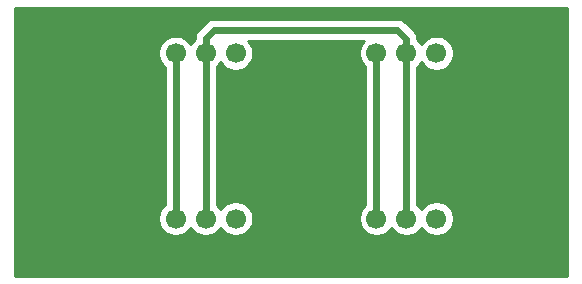
<source format=gbl>
G04 #@! TF.GenerationSoftware,KiCad,Pcbnew,(5.1.12)-1*
G04 #@! TF.CreationDate,2022-09-24T14:43:29-05:00*
G04 #@! TF.ProjectId,Power_Board_001,506f7765-725f-4426-9f61-72645f303031,rev?*
G04 #@! TF.SameCoordinates,Original*
G04 #@! TF.FileFunction,Copper,L2,Bot*
G04 #@! TF.FilePolarity,Positive*
%FSLAX46Y46*%
G04 Gerber Fmt 4.6, Leading zero omitted, Abs format (unit mm)*
G04 Created by KiCad (PCBNEW (5.1.12)-1) date 2022-09-24 14:43:29*
%MOMM*%
%LPD*%
G01*
G04 APERTURE LIST*
G04 #@! TA.AperFunction,ComponentPad*
%ADD10C,1.700000*%
G04 #@! TD*
G04 #@! TA.AperFunction,ComponentPad*
%ADD11C,3.800000*%
G04 #@! TD*
G04 #@! TA.AperFunction,ComponentPad*
%ADD12C,5.600000*%
G04 #@! TD*
G04 #@! TA.AperFunction,ViaPad*
%ADD13C,0.800000*%
G04 #@! TD*
G04 #@! TA.AperFunction,Conductor*
%ADD14C,0.600000*%
G04 #@! TD*
G04 #@! TA.AperFunction,Conductor*
%ADD15C,0.254000*%
G04 #@! TD*
G04 #@! TA.AperFunction,Conductor*
%ADD16C,0.100000*%
G04 #@! TD*
G04 APERTURE END LIST*
D10*
X152810000Y-88000000D03*
X150270000Y-88000000D03*
X145190000Y-88000000D03*
X147730000Y-88000000D03*
X152810000Y-74000000D03*
X150270000Y-74000000D03*
X145190000Y-74000000D03*
X147730000Y-74000000D03*
X135810000Y-88000000D03*
X133270000Y-88000000D03*
X128190000Y-88000000D03*
X130730000Y-88000000D03*
X135810000Y-74000000D03*
X133270000Y-74000000D03*
X128190000Y-74000000D03*
X130730000Y-74000000D03*
D11*
X127000000Y-81500000D03*
X154000000Y-81500000D03*
D12*
X120500000Y-88000000D03*
X120500000Y-75000000D03*
X160500000Y-88000000D03*
X160500000Y-75000000D03*
D13*
X128500000Y-84500000D03*
X128500000Y-78500000D03*
X146000000Y-80000000D03*
X146000000Y-83000000D03*
D14*
X150270000Y-88000000D02*
X150270000Y-74000000D01*
X133270000Y-88000000D02*
X133270000Y-74000000D01*
X150270000Y-72770000D02*
X150270000Y-74000000D01*
X149500000Y-72000000D02*
X150270000Y-72770000D01*
X134000000Y-72000000D02*
X149500000Y-72000000D01*
X133270000Y-72730000D02*
X134000000Y-72000000D01*
X133270000Y-74000000D02*
X133270000Y-72730000D01*
X147730000Y-88000000D02*
X147730000Y-74000000D01*
X130730000Y-88000000D02*
X130730000Y-74000000D01*
D15*
X163840000Y-92840000D02*
X117160000Y-92840000D01*
X117160000Y-73853740D01*
X129245000Y-73853740D01*
X129245000Y-74146260D01*
X129302068Y-74433158D01*
X129414010Y-74703411D01*
X129576525Y-74946632D01*
X129783368Y-75153475D01*
X129795001Y-75161248D01*
X129795000Y-86838753D01*
X129783368Y-86846525D01*
X129576525Y-87053368D01*
X129414010Y-87296589D01*
X129302068Y-87566842D01*
X129245000Y-87853740D01*
X129245000Y-88146260D01*
X129302068Y-88433158D01*
X129414010Y-88703411D01*
X129576525Y-88946632D01*
X129783368Y-89153475D01*
X130026589Y-89315990D01*
X130296842Y-89427932D01*
X130583740Y-89485000D01*
X130876260Y-89485000D01*
X131163158Y-89427932D01*
X131433411Y-89315990D01*
X131676632Y-89153475D01*
X131883475Y-88946632D01*
X132000000Y-88772240D01*
X132116525Y-88946632D01*
X132323368Y-89153475D01*
X132566589Y-89315990D01*
X132836842Y-89427932D01*
X133123740Y-89485000D01*
X133416260Y-89485000D01*
X133703158Y-89427932D01*
X133973411Y-89315990D01*
X134216632Y-89153475D01*
X134423475Y-88946632D01*
X134540000Y-88772240D01*
X134656525Y-88946632D01*
X134863368Y-89153475D01*
X135106589Y-89315990D01*
X135376842Y-89427932D01*
X135663740Y-89485000D01*
X135956260Y-89485000D01*
X136243158Y-89427932D01*
X136513411Y-89315990D01*
X136756632Y-89153475D01*
X136963475Y-88946632D01*
X137125990Y-88703411D01*
X137237932Y-88433158D01*
X137295000Y-88146260D01*
X137295000Y-87853740D01*
X137237932Y-87566842D01*
X137125990Y-87296589D01*
X136963475Y-87053368D01*
X136756632Y-86846525D01*
X136513411Y-86684010D01*
X136243158Y-86572068D01*
X135956260Y-86515000D01*
X135663740Y-86515000D01*
X135376842Y-86572068D01*
X135106589Y-86684010D01*
X134863368Y-86846525D01*
X134656525Y-87053368D01*
X134540000Y-87227760D01*
X134423475Y-87053368D01*
X134216632Y-86846525D01*
X134205000Y-86838753D01*
X134205000Y-75161247D01*
X134216632Y-75153475D01*
X134423475Y-74946632D01*
X134540000Y-74772240D01*
X134656525Y-74946632D01*
X134863368Y-75153475D01*
X135106589Y-75315990D01*
X135376842Y-75427932D01*
X135663740Y-75485000D01*
X135956260Y-75485000D01*
X136243158Y-75427932D01*
X136513411Y-75315990D01*
X136756632Y-75153475D01*
X136963475Y-74946632D01*
X137125990Y-74703411D01*
X137237932Y-74433158D01*
X137295000Y-74146260D01*
X137295000Y-73853740D01*
X137237932Y-73566842D01*
X137125990Y-73296589D01*
X136963475Y-73053368D01*
X136845107Y-72935000D01*
X146694893Y-72935000D01*
X146576525Y-73053368D01*
X146414010Y-73296589D01*
X146302068Y-73566842D01*
X146245000Y-73853740D01*
X146245000Y-74146260D01*
X146302068Y-74433158D01*
X146414010Y-74703411D01*
X146576525Y-74946632D01*
X146783368Y-75153475D01*
X146795001Y-75161248D01*
X146795000Y-86838753D01*
X146783368Y-86846525D01*
X146576525Y-87053368D01*
X146414010Y-87296589D01*
X146302068Y-87566842D01*
X146245000Y-87853740D01*
X146245000Y-88146260D01*
X146302068Y-88433158D01*
X146414010Y-88703411D01*
X146576525Y-88946632D01*
X146783368Y-89153475D01*
X147026589Y-89315990D01*
X147296842Y-89427932D01*
X147583740Y-89485000D01*
X147876260Y-89485000D01*
X148163158Y-89427932D01*
X148433411Y-89315990D01*
X148676632Y-89153475D01*
X148883475Y-88946632D01*
X149000000Y-88772240D01*
X149116525Y-88946632D01*
X149323368Y-89153475D01*
X149566589Y-89315990D01*
X149836842Y-89427932D01*
X150123740Y-89485000D01*
X150416260Y-89485000D01*
X150703158Y-89427932D01*
X150973411Y-89315990D01*
X151216632Y-89153475D01*
X151423475Y-88946632D01*
X151540000Y-88772240D01*
X151656525Y-88946632D01*
X151863368Y-89153475D01*
X152106589Y-89315990D01*
X152376842Y-89427932D01*
X152663740Y-89485000D01*
X152956260Y-89485000D01*
X153243158Y-89427932D01*
X153513411Y-89315990D01*
X153756632Y-89153475D01*
X153963475Y-88946632D01*
X154125990Y-88703411D01*
X154237932Y-88433158D01*
X154295000Y-88146260D01*
X154295000Y-87853740D01*
X154237932Y-87566842D01*
X154125990Y-87296589D01*
X153963475Y-87053368D01*
X153756632Y-86846525D01*
X153513411Y-86684010D01*
X153243158Y-86572068D01*
X152956260Y-86515000D01*
X152663740Y-86515000D01*
X152376842Y-86572068D01*
X152106589Y-86684010D01*
X151863368Y-86846525D01*
X151656525Y-87053368D01*
X151540000Y-87227760D01*
X151423475Y-87053368D01*
X151216632Y-86846525D01*
X151205000Y-86838753D01*
X151205000Y-75161247D01*
X151216632Y-75153475D01*
X151423475Y-74946632D01*
X151540000Y-74772240D01*
X151656525Y-74946632D01*
X151863368Y-75153475D01*
X152106589Y-75315990D01*
X152376842Y-75427932D01*
X152663740Y-75485000D01*
X152956260Y-75485000D01*
X153243158Y-75427932D01*
X153513411Y-75315990D01*
X153756632Y-75153475D01*
X153963475Y-74946632D01*
X154125990Y-74703411D01*
X154237932Y-74433158D01*
X154295000Y-74146260D01*
X154295000Y-73853740D01*
X154237932Y-73566842D01*
X154125990Y-73296589D01*
X153963475Y-73053368D01*
X153756632Y-72846525D01*
X153513411Y-72684010D01*
X153243158Y-72572068D01*
X152956260Y-72515000D01*
X152663740Y-72515000D01*
X152376842Y-72572068D01*
X152106589Y-72684010D01*
X151863368Y-72846525D01*
X151656525Y-73053368D01*
X151540000Y-73227760D01*
X151423475Y-73053368D01*
X151216632Y-72846525D01*
X151205000Y-72838753D01*
X151205000Y-72815924D01*
X151209523Y-72769999D01*
X151205000Y-72724074D01*
X151205000Y-72724068D01*
X151191471Y-72586708D01*
X151179338Y-72546709D01*
X151138007Y-72410461D01*
X151138007Y-72410460D01*
X151051186Y-72248028D01*
X150934344Y-72105656D01*
X150898665Y-72076375D01*
X150193630Y-71371341D01*
X150164344Y-71335656D01*
X150021972Y-71218814D01*
X149859540Y-71131993D01*
X149683292Y-71078529D01*
X149545932Y-71065000D01*
X149500000Y-71060476D01*
X149454068Y-71065000D01*
X134045932Y-71065000D01*
X134000000Y-71060476D01*
X133954068Y-71065000D01*
X133816708Y-71078529D01*
X133640460Y-71131993D01*
X133478028Y-71218814D01*
X133335656Y-71335656D01*
X133306370Y-71371341D01*
X132641336Y-72036375D01*
X132605657Y-72065656D01*
X132488815Y-72208028D01*
X132407831Y-72359540D01*
X132401994Y-72370460D01*
X132348529Y-72546709D01*
X132330476Y-72730000D01*
X132335001Y-72775941D01*
X132335001Y-72838752D01*
X132323368Y-72846525D01*
X132116525Y-73053368D01*
X132000000Y-73227760D01*
X131883475Y-73053368D01*
X131676632Y-72846525D01*
X131433411Y-72684010D01*
X131163158Y-72572068D01*
X130876260Y-72515000D01*
X130583740Y-72515000D01*
X130296842Y-72572068D01*
X130026589Y-72684010D01*
X129783368Y-72846525D01*
X129576525Y-73053368D01*
X129414010Y-73296589D01*
X129302068Y-73566842D01*
X129245000Y-73853740D01*
X117160000Y-73853740D01*
X117160000Y-70160000D01*
X163840001Y-70160000D01*
X163840000Y-92840000D01*
G04 #@! TA.AperFunction,Conductor*
D16*
G36*
X163840000Y-92840000D02*
G01*
X117160000Y-92840000D01*
X117160000Y-73853740D01*
X129245000Y-73853740D01*
X129245000Y-74146260D01*
X129302068Y-74433158D01*
X129414010Y-74703411D01*
X129576525Y-74946632D01*
X129783368Y-75153475D01*
X129795001Y-75161248D01*
X129795000Y-86838753D01*
X129783368Y-86846525D01*
X129576525Y-87053368D01*
X129414010Y-87296589D01*
X129302068Y-87566842D01*
X129245000Y-87853740D01*
X129245000Y-88146260D01*
X129302068Y-88433158D01*
X129414010Y-88703411D01*
X129576525Y-88946632D01*
X129783368Y-89153475D01*
X130026589Y-89315990D01*
X130296842Y-89427932D01*
X130583740Y-89485000D01*
X130876260Y-89485000D01*
X131163158Y-89427932D01*
X131433411Y-89315990D01*
X131676632Y-89153475D01*
X131883475Y-88946632D01*
X132000000Y-88772240D01*
X132116525Y-88946632D01*
X132323368Y-89153475D01*
X132566589Y-89315990D01*
X132836842Y-89427932D01*
X133123740Y-89485000D01*
X133416260Y-89485000D01*
X133703158Y-89427932D01*
X133973411Y-89315990D01*
X134216632Y-89153475D01*
X134423475Y-88946632D01*
X134540000Y-88772240D01*
X134656525Y-88946632D01*
X134863368Y-89153475D01*
X135106589Y-89315990D01*
X135376842Y-89427932D01*
X135663740Y-89485000D01*
X135956260Y-89485000D01*
X136243158Y-89427932D01*
X136513411Y-89315990D01*
X136756632Y-89153475D01*
X136963475Y-88946632D01*
X137125990Y-88703411D01*
X137237932Y-88433158D01*
X137295000Y-88146260D01*
X137295000Y-87853740D01*
X137237932Y-87566842D01*
X137125990Y-87296589D01*
X136963475Y-87053368D01*
X136756632Y-86846525D01*
X136513411Y-86684010D01*
X136243158Y-86572068D01*
X135956260Y-86515000D01*
X135663740Y-86515000D01*
X135376842Y-86572068D01*
X135106589Y-86684010D01*
X134863368Y-86846525D01*
X134656525Y-87053368D01*
X134540000Y-87227760D01*
X134423475Y-87053368D01*
X134216632Y-86846525D01*
X134205000Y-86838753D01*
X134205000Y-75161247D01*
X134216632Y-75153475D01*
X134423475Y-74946632D01*
X134540000Y-74772240D01*
X134656525Y-74946632D01*
X134863368Y-75153475D01*
X135106589Y-75315990D01*
X135376842Y-75427932D01*
X135663740Y-75485000D01*
X135956260Y-75485000D01*
X136243158Y-75427932D01*
X136513411Y-75315990D01*
X136756632Y-75153475D01*
X136963475Y-74946632D01*
X137125990Y-74703411D01*
X137237932Y-74433158D01*
X137295000Y-74146260D01*
X137295000Y-73853740D01*
X137237932Y-73566842D01*
X137125990Y-73296589D01*
X136963475Y-73053368D01*
X136845107Y-72935000D01*
X146694893Y-72935000D01*
X146576525Y-73053368D01*
X146414010Y-73296589D01*
X146302068Y-73566842D01*
X146245000Y-73853740D01*
X146245000Y-74146260D01*
X146302068Y-74433158D01*
X146414010Y-74703411D01*
X146576525Y-74946632D01*
X146783368Y-75153475D01*
X146795001Y-75161248D01*
X146795000Y-86838753D01*
X146783368Y-86846525D01*
X146576525Y-87053368D01*
X146414010Y-87296589D01*
X146302068Y-87566842D01*
X146245000Y-87853740D01*
X146245000Y-88146260D01*
X146302068Y-88433158D01*
X146414010Y-88703411D01*
X146576525Y-88946632D01*
X146783368Y-89153475D01*
X147026589Y-89315990D01*
X147296842Y-89427932D01*
X147583740Y-89485000D01*
X147876260Y-89485000D01*
X148163158Y-89427932D01*
X148433411Y-89315990D01*
X148676632Y-89153475D01*
X148883475Y-88946632D01*
X149000000Y-88772240D01*
X149116525Y-88946632D01*
X149323368Y-89153475D01*
X149566589Y-89315990D01*
X149836842Y-89427932D01*
X150123740Y-89485000D01*
X150416260Y-89485000D01*
X150703158Y-89427932D01*
X150973411Y-89315990D01*
X151216632Y-89153475D01*
X151423475Y-88946632D01*
X151540000Y-88772240D01*
X151656525Y-88946632D01*
X151863368Y-89153475D01*
X152106589Y-89315990D01*
X152376842Y-89427932D01*
X152663740Y-89485000D01*
X152956260Y-89485000D01*
X153243158Y-89427932D01*
X153513411Y-89315990D01*
X153756632Y-89153475D01*
X153963475Y-88946632D01*
X154125990Y-88703411D01*
X154237932Y-88433158D01*
X154295000Y-88146260D01*
X154295000Y-87853740D01*
X154237932Y-87566842D01*
X154125990Y-87296589D01*
X153963475Y-87053368D01*
X153756632Y-86846525D01*
X153513411Y-86684010D01*
X153243158Y-86572068D01*
X152956260Y-86515000D01*
X152663740Y-86515000D01*
X152376842Y-86572068D01*
X152106589Y-86684010D01*
X151863368Y-86846525D01*
X151656525Y-87053368D01*
X151540000Y-87227760D01*
X151423475Y-87053368D01*
X151216632Y-86846525D01*
X151205000Y-86838753D01*
X151205000Y-75161247D01*
X151216632Y-75153475D01*
X151423475Y-74946632D01*
X151540000Y-74772240D01*
X151656525Y-74946632D01*
X151863368Y-75153475D01*
X152106589Y-75315990D01*
X152376842Y-75427932D01*
X152663740Y-75485000D01*
X152956260Y-75485000D01*
X153243158Y-75427932D01*
X153513411Y-75315990D01*
X153756632Y-75153475D01*
X153963475Y-74946632D01*
X154125990Y-74703411D01*
X154237932Y-74433158D01*
X154295000Y-74146260D01*
X154295000Y-73853740D01*
X154237932Y-73566842D01*
X154125990Y-73296589D01*
X153963475Y-73053368D01*
X153756632Y-72846525D01*
X153513411Y-72684010D01*
X153243158Y-72572068D01*
X152956260Y-72515000D01*
X152663740Y-72515000D01*
X152376842Y-72572068D01*
X152106589Y-72684010D01*
X151863368Y-72846525D01*
X151656525Y-73053368D01*
X151540000Y-73227760D01*
X151423475Y-73053368D01*
X151216632Y-72846525D01*
X151205000Y-72838753D01*
X151205000Y-72815924D01*
X151209523Y-72769999D01*
X151205000Y-72724074D01*
X151205000Y-72724068D01*
X151191471Y-72586708D01*
X151179338Y-72546709D01*
X151138007Y-72410461D01*
X151138007Y-72410460D01*
X151051186Y-72248028D01*
X150934344Y-72105656D01*
X150898665Y-72076375D01*
X150193630Y-71371341D01*
X150164344Y-71335656D01*
X150021972Y-71218814D01*
X149859540Y-71131993D01*
X149683292Y-71078529D01*
X149545932Y-71065000D01*
X149500000Y-71060476D01*
X149454068Y-71065000D01*
X134045932Y-71065000D01*
X134000000Y-71060476D01*
X133954068Y-71065000D01*
X133816708Y-71078529D01*
X133640460Y-71131993D01*
X133478028Y-71218814D01*
X133335656Y-71335656D01*
X133306370Y-71371341D01*
X132641336Y-72036375D01*
X132605657Y-72065656D01*
X132488815Y-72208028D01*
X132407831Y-72359540D01*
X132401994Y-72370460D01*
X132348529Y-72546709D01*
X132330476Y-72730000D01*
X132335001Y-72775941D01*
X132335001Y-72838752D01*
X132323368Y-72846525D01*
X132116525Y-73053368D01*
X132000000Y-73227760D01*
X131883475Y-73053368D01*
X131676632Y-72846525D01*
X131433411Y-72684010D01*
X131163158Y-72572068D01*
X130876260Y-72515000D01*
X130583740Y-72515000D01*
X130296842Y-72572068D01*
X130026589Y-72684010D01*
X129783368Y-72846525D01*
X129576525Y-73053368D01*
X129414010Y-73296589D01*
X129302068Y-73566842D01*
X129245000Y-73853740D01*
X117160000Y-73853740D01*
X117160000Y-70160000D01*
X163840001Y-70160000D01*
X163840000Y-92840000D01*
G37*
G04 #@! TD.AperFunction*
M02*

</source>
